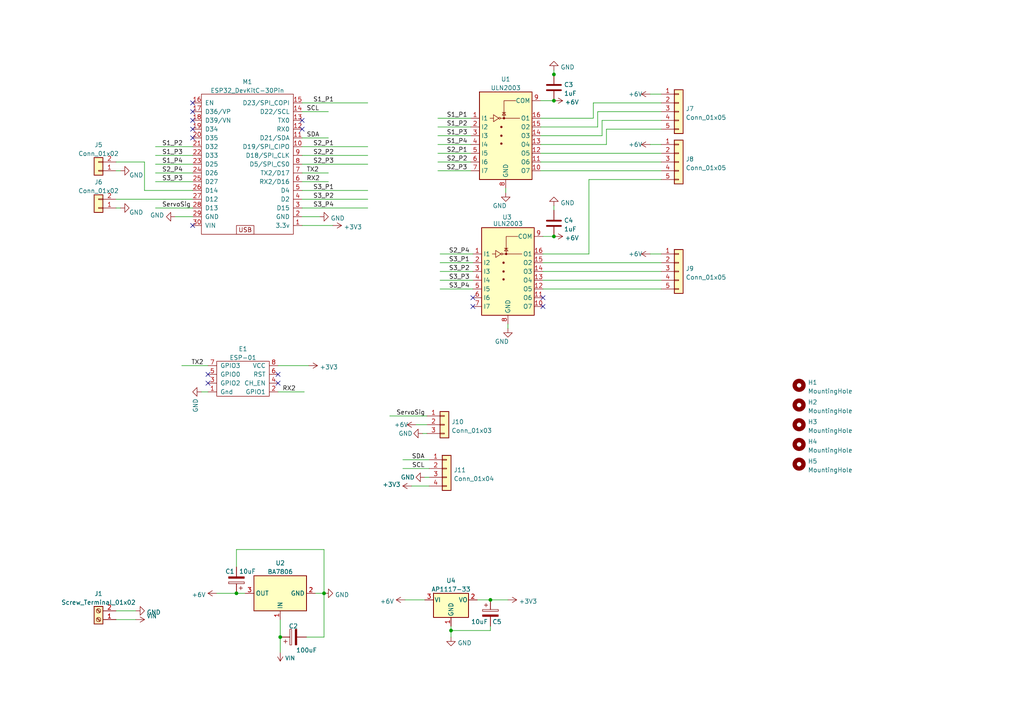
<source format=kicad_sch>
(kicad_sch (version 20211123) (generator eeschema)
  (paper "A4")
  (lib_symbols
    (symbol "Connector:Screw_Terminal_01x02" (pin_names (offset 1.016) hide)
      (property "Reference" "J" (at 0 2.54 0))
      (property "Value" "Screw_Terminal_01x02" (at 0 -5.08 0))
      (symbol "Screw_Terminal_01x02_1_1"
        (rectangle (start -1.27 1.27) (end 1.27 -3.81) (stroke (width 0.254)) (fill (type background)))
        (circle (center 0 -2.54) (radius 0.635) (stroke (width 0.1524)))
        (polyline (pts (xy -0.5334 -2.2098) (xy 0.3302 -3.048)) (stroke (width 0.1524)))
        (polyline (pts (xy -0.5334 0.3302) (xy 0.3302 -0.508)) (stroke (width 0.1524)))
        (polyline (pts (xy -0.3556 -2.032) (xy 0.508 -2.8702)) (stroke (width 0.1524)))
        (polyline (pts (xy -0.3556 0.508) (xy 0.508 -0.3302)) (stroke (width 0.1524)))
        (circle (center 0 0) (radius 0.635) (stroke (width 0.1524)))
        (pin passive line (at -5.08 0 0) (length 3.81) (name "Pin_1") (number "1"))
        (pin passive line (at -5.08 -2.54 0) (length 3.81) (name "Pin_2") (number "2"))
      )
    )
    (symbol "Connector_Generic:Conn_01x02" (pin_names (offset 1.016) hide)
      (property "Reference" "J" (at 0 2.54 0))
      (property "Value" "Conn_01x02" (at 0 -5.08 0))
      (symbol "Conn_01x02_1_1"
        (rectangle (start -1.27 -2.413) (end 0 -2.667) (stroke (width 0.1524)))
        (rectangle (start -1.27 0.127) (end 0 -0.127) (stroke (width 0.1524)))
        (rectangle (start -1.27 1.27) (end 1.27 -3.81) (stroke (width 0.254)) (fill (type background)))
        (pin passive line (at -5.08 0 0) (length 3.81) (name "Pin_1") (number "1"))
        (pin passive line (at -5.08 -2.54 0) (length 3.81) (name "Pin_2") (number "2"))
      )
    )
    (symbol "Connector_Generic:Conn_01x03" (pin_names (offset 1.016) hide)
      (property "Reference" "J" (at 0 5.08 0))
      (property "Value" "Conn_01x03" (at 0 -5.08 0))
      (symbol "Conn_01x03_1_1"
        (rectangle (start -1.27 -2.413) (end 0 -2.667) (stroke (width 0.1524)))
        (rectangle (start -1.27 0.127) (end 0 -0.127) (stroke (width 0.1524)))
        (rectangle (start -1.27 2.667) (end 0 2.413) (stroke (width 0.1524)))
        (rectangle (start -1.27 3.81) (end 1.27 -3.81) (stroke (width 0.254)) (fill (type background)))
        (pin passive line (at -5.08 2.54 0) (length 3.81) (name "Pin_1") (number "1"))
        (pin passive line (at -5.08 0 0) (length 3.81) (name "Pin_2") (number "2"))
        (pin passive line (at -5.08 -2.54 0) (length 3.81) (name "Pin_3") (number "3"))
      )
    )
    (symbol "Connector_Generic:Conn_01x04" (pin_names (offset 1.016) hide)
      (property "Reference" "J" (at 0 5.08 0))
      (property "Value" "Conn_01x04" (at 0 -7.62 0))
      (symbol "Conn_01x04_1_1"
        (rectangle (start -1.27 -4.953) (end 0 -5.207) (stroke (width 0.1524)))
        (rectangle (start -1.27 -2.413) (end 0 -2.667) (stroke (width 0.1524)))
        (rectangle (start -1.27 0.127) (end 0 -0.127) (stroke (width 0.1524)))
        (rectangle (start -1.27 2.667) (end 0 2.413) (stroke (width 0.1524)))
        (rectangle (start -1.27 3.81) (end 1.27 -6.35) (stroke (width 0.254)) (fill (type background)))
        (pin passive line (at -5.08 2.54 0) (length 3.81) (name "Pin_1") (number "1"))
        (pin passive line (at -5.08 0 0) (length 3.81) (name "Pin_2") (number "2"))
        (pin passive line (at -5.08 -2.54 0) (length 3.81) (name "Pin_3") (number "3"))
        (pin passive line (at -5.08 -5.08 0) (length 3.81) (name "Pin_4") (number "4"))
      )
    )
    (symbol "Connector_Generic:Conn_01x05" (pin_names (offset 1.016) hide)
      (property "Reference" "J" (at 0 7.62 0))
      (property "Value" "Conn_01x05" (at 0 -7.62 0))
      (symbol "Conn_01x05_1_1"
        (rectangle (start -1.27 -4.953) (end 0 -5.207) (stroke (width 0.1524)))
        (rectangle (start -1.27 -2.413) (end 0 -2.667) (stroke (width 0.1524)))
        (rectangle (start -1.27 0.127) (end 0 -0.127) (stroke (width 0.1524)))
        (rectangle (start -1.27 2.667) (end 0 2.413) (stroke (width 0.1524)))
        (rectangle (start -1.27 5.207) (end 0 4.953) (stroke (width 0.1524)))
        (rectangle (start -1.27 6.35) (end 1.27 -6.35) (stroke (width 0.254)) (fill (type background)))
        (pin passive line (at -5.08 5.08 0) (length 3.81) (name "Pin_1") (number "1"))
        (pin passive line (at -5.08 2.54 0) (length 3.81) (name "Pin_2") (number "2"))
        (pin passive line (at -5.08 0 0) (length 3.81) (name "Pin_3") (number "3"))
        (pin passive line (at -5.08 -2.54 0) (length 3.81) (name "Pin_4") (number "4"))
        (pin passive line (at -5.08 -5.08 0) (length 3.81) (name "Pin_5") (number "5"))
      )
    )
    (symbol "Device:C" (pin_numbers hide) (pin_names (offset 0.254))
      (property "Reference" "C" (at 0.635 2.54 0))
      (property "Value" "C" (at 0.635 -2.54 0))
      (symbol "C_0_1"
        (polyline (pts (xy -2.032 -0.762) (xy 2.032 -0.762)) (stroke (width 0.508)))
        (polyline (pts (xy -2.032 0.762) (xy 2.032 0.762)) (stroke (width 0.508)))
      )
      (symbol "C_1_1"
        (pin passive line (at 0 3.81 270) (length 2.794) (name "~") (number "1"))
        (pin passive line (at 0 -3.81 90) (length 2.794) (name "~") (number "2"))
      )
    )
    (symbol "Device:C_Polarized" (pin_numbers hide) (pin_names (offset 0.254))
      (property "Reference" "C" (at 0.635 2.54 0))
      (property "Value" "C_Polarized" (at 0.635 -2.54 0))
      (symbol "C_Polarized_0_1"
        (rectangle (start -2.286 0.508) (end 2.286 1.016))
        (polyline (pts (xy -1.778 2.286) (xy -0.762 2.286)))
        (polyline (pts (xy -1.27 2.794) (xy -1.27 1.778)))
        (rectangle (start 2.286 -0.508) (end -2.286 -1.016) (fill (type outline)))
      )
      (symbol "C_Polarized_1_1"
        (pin passive line (at 0 3.81 270) (length 2.794) (name "~") (number "1"))
        (pin passive line (at 0 -3.81 90) (length 2.794) (name "~") (number "2"))
      )
    )
    (symbol "Kitecraft_Boards:ESP-01" (pin_names (offset 1.016))
      (property "Reference" "E" (at 0 8.89 0))
      (property "Value" "ESP-01" (at 1.27 -3.81 0))
      (symbol "ESP-01_0_1"
        (polyline (pts (xy -7.62 7.62) (xy -7.62 -2.54) (xy 7.62 -2.54) (xy 7.62 7.62) (xy -7.62 7.62)))
      )
      (symbol "ESP-01_1_1"
        (pin input line (at -10.16 -1.27 0) (length 2.54) (name "Gnd") (number "1"))
        (pin input line (at 10.16 -1.27 180) (length 2.54) (name "GPIO1") (number "2"))
        (pin input line (at -10.16 1.27 0) (length 2.54) (name "GPIO2") (number "3"))
        (pin input line (at 10.16 1.27 180) (length 2.54) (name "CH_EN") (number "4"))
        (pin input line (at -10.16 3.81 0) (length 2.54) (name "GPIO0") (number "5"))
        (pin input line (at 10.16 3.81 180) (length 2.54) (name "RST") (number "6"))
        (pin input line (at -10.16 6.35 0) (length 2.54) (name "GPIO3") (number "7"))
        (pin input line (at 10.16 6.35 180) (length 2.54) (name "VCC") (number "8"))
      )
    )
    (symbol "Kitecraft_Boards:ESP32_DevKitC-30Pin" (pin_names (offset 1.016))
      (property "Reference" "M" (at -7.62 21.59 0))
      (property "Value" "ESP32_DevKitC-30Pin" (at 0 -21.59 0))
      (symbol "ESP32_DevKitC-30Pin_0_0"
        (rectangle (start -2.54 -20.32) (end 2.54 -17.78))
        (text "USB" (at 0 -19.05 0) (effects (font (size 1.27 1.27))))
      )
      (symbol "ESP32_DevKitC-30Pin_0_1"
        (rectangle (start -12.7 20.32) (end 13.97 -20.32))
      )
      (symbol "ESP32_DevKitC-30Pin_1_1"
        (pin power_in line (at 16.51 -17.78 180) (length 2.54) (name "3.3v") (number "1"))
        (pin bidirectional line (at 16.51 5.08 180) (length 2.54) (name "D19/SPI_CIPO") (number "10"))
        (pin bidirectional line (at 16.51 7.62 180) (length 2.54) (name "D21/SDA") (number "11"))
        (pin bidirectional line (at 16.51 10.16 180) (length 2.54) (name "RX0") (number "12"))
        (pin bidirectional line (at 16.51 12.7 180) (length 2.54) (name "TX0") (number "13"))
        (pin bidirectional line (at 16.51 15.24 180) (length 2.54) (name "D22/SCL") (number "14"))
        (pin bidirectional line (at 16.51 17.78 180) (length 2.54) (name "D23/SPI_COPI") (number "15"))
        (pin input line (at -15.24 17.78 0) (length 2.54) (name "EN") (number "16"))
        (pin bidirectional line (at -15.24 15.24 0) (length 2.54) (name "D36/VP") (number "17"))
        (pin bidirectional line (at -15.24 12.7 0) (length 2.54) (name "D39/VN") (number "18"))
        (pin bidirectional line (at -15.24 10.16 0) (length 2.54) (name "D34") (number "19"))
        (pin power_in line (at 16.51 -15.24 180) (length 2.54) (name "GND") (number "2"))
        (pin bidirectional line (at -15.24 7.62 0) (length 2.54) (name "D35") (number "20"))
        (pin bidirectional line (at -15.24 5.08 0) (length 2.54) (name "D32") (number "21"))
        (pin bidirectional line (at -15.24 2.54 0) (length 2.54) (name "D33") (number "22"))
        (pin bidirectional line (at -15.24 0 0) (length 2.54) (name "D25") (number "23"))
        (pin bidirectional line (at -15.24 -2.54 0) (length 2.54) (name "D26") (number "24"))
        (pin bidirectional line (at -15.24 -5.08 0) (length 2.54) (name "D27") (number "25"))
        (pin bidirectional line (at -15.24 -7.62 0) (length 2.54) (name "D14") (number "26"))
        (pin bidirectional line (at -15.24 -10.16 0) (length 2.54) (name "D12") (number "27"))
        (pin bidirectional line (at -15.24 -12.7 0) (length 2.54) (name "D13") (number "28"))
        (pin power_in line (at -15.24 -15.24 0) (length 2.54) (name "GND") (number "29"))
        (pin bidirectional line (at 16.51 -12.7 180) (length 2.54) (name "D15") (number "3"))
        (pin power_in line (at -15.24 -17.78 0) (length 2.54) (name "VIN") (number "30"))
        (pin bidirectional line (at 16.51 -10.16 180) (length 2.54) (name "D2") (number "4"))
        (pin bidirectional line (at 16.51 -7.62 180) (length 2.54) (name "D4") (number "5"))
        (pin bidirectional line (at 16.51 -5.08 180) (length 2.54) (name "RX2/D16") (number "6"))
        (pin bidirectional line (at 16.51 -2.54 180) (length 2.54) (name "TX2/D17") (number "7"))
        (pin bidirectional line (at 16.51 0 180) (length 2.54) (name "D5/SPI_CS0") (number "8"))
        (pin bidirectional line (at 16.51 2.54 180) (length 2.54) (name "D18/SPI_CLK") (number "9"))
      )
    )
    (symbol "Kitecraft_Voltage_Regulators:BA7806"
      (property "Reference" "U" (at 0 10.16 0))
      (property "Value" "BA7806" (at 0 7.62 0))
      (symbol "BA7806_1_1"
        (rectangle (start -7.62 -5.08) (end 7.62 5.08) (stroke (width 0.254)) (fill (type background)))
        (pin input line (at 0 -7.62 90) (length 2.54) (name "IN") (number "1"))
        (pin input line (at 10.16 0 180) (length 2.54) (name "GND") (number "2"))
        (pin power_out line (at -10.16 0 0) (length 2.54) (name "OUT") (number "3"))
      )
    )
    (symbol "Mechanical:MountingHole" (pin_names (offset 1.016))
      (property "Reference" "H" (at 0 5.08 0))
      (property "Value" "MountingHole" (at 0 3.175 0))
      (symbol "MountingHole_0_1"
        (circle (center 0 0) (radius 1.27) (stroke (width 1.27)))
      )
    )
    (symbol "Regulator_Linear:AP1117-33" (pin_names (offset 0.254))
      (property "Reference" "U" (at -3.81 3.175 0))
      (property "Value" "AP1117-33" (at 0 3.175 0))
      (symbol "AP1117-33_0_1"
        (rectangle (start -5.08 -5.08) (end 5.08 1.905) (stroke (width 0.254)) (fill (type background)))
      )
      (symbol "AP1117-33_1_1"
        (pin power_in line (at 0 -7.62 90) (length 2.54) (name "GND") (number "1"))
        (pin power_out line (at 7.62 0 180) (length 2.54) (name "VO") (number "2"))
        (pin power_in line (at -7.62 0 0) (length 2.54) (name "VI") (number "3"))
      )
    )
    (symbol "SparkFun-PowerSymbols:VIN" (power) (pin_numbers hide) (pin_names (offset 1.016) hide)
      (property "Value" "VIN" (at -1.27 3.81 0))
      (property "Footprint" "XXX-00000" (at 0 7.62 0))
      (symbol "VIN_1_0"
        (polyline (pts (xy 0 0) (xy 0 2.54)))
        (polyline (pts (xy 0 2.54) (xy -0.762 1.27)))
        (polyline (pts (xy 0.762 1.27) (xy 0 2.54)))
      )
      (symbol "VIN_1_1"
        (pin power_in line (at 0 0 90) (length 0) hide (name "VIN") (number "~"))
      )
    )
    (symbol "Transistor_Array:ULN2003"
      (property "Reference" "U" (at 0 15.875 0))
      (property "Value" "ULN2003" (at 0 13.97 0))
      (symbol "ULN2003_0_1"
        (rectangle (start -7.62 -12.7) (end 7.62 12.7) (stroke (width 0.254)) (fill (type background)))
        (circle (center -1.778 5.08) (radius 0.254))
        (circle (center -1.27 -2.286) (radius 0.254) (fill (type outline)))
        (circle (center -1.27 0) (radius 0.254) (fill (type outline)))
        (circle (center -1.27 2.54) (radius 0.254) (fill (type outline)))
        (circle (center -0.508 5.08) (radius 0.254) (fill (type outline)))
        (polyline (pts (xy -4.572 5.08) (xy -3.556 5.08)))
        (polyline (pts (xy -1.524 5.08) (xy 4.064 5.08)))
        (polyline (pts (xy 0 6.731) (xy -1.016 6.731)))
        (polyline (pts (xy -0.508 5.08) (xy -0.508 10.16) (xy 2.921 10.16)))
        (polyline (pts (xy -3.556 6.096) (xy -3.556 4.064) (xy -2.032 5.08) (xy -3.556 6.096)))
        (polyline (pts (xy 0 5.969) (xy -1.016 5.969) (xy -0.508 6.731) (xy 0 5.969)))
      )
      (symbol "ULN2003_1_1"
        (pin input line (at -10.16 5.08 0) (length 2.54) (name "I1") (number "1"))
        (pin open_collector line (at 10.16 -10.16 180) (length 2.54) (name "O7") (number "10"))
        (pin open_collector line (at 10.16 -7.62 180) (length 2.54) (name "O6") (number "11"))
        (pin open_collector line (at 10.16 -5.08 180) (length 2.54) (name "O5") (number "12"))
        (pin open_collector line (at 10.16 -2.54 180) (length 2.54) (name "O4") (number "13"))
        (pin open_collector line (at 10.16 0 180) (length 2.54) (name "O3") (number "14"))
        (pin open_collector line (at 10.16 2.54 180) (length 2.54) (name "O2") (number "15"))
        (pin open_collector line (at 10.16 5.08 180) (length 2.54) (name "O1") (number "16"))
        (pin input line (at -10.16 2.54 0) (length 2.54) (name "I2") (number "2"))
        (pin input line (at -10.16 0 0) (length 2.54) (name "I3") (number "3"))
        (pin input line (at -10.16 -2.54 0) (length 2.54) (name "I4") (number "4"))
        (pin input line (at -10.16 -5.08 0) (length 2.54) (name "I5") (number "5"))
        (pin input line (at -10.16 -7.62 0) (length 2.54) (name "I6") (number "6"))
        (pin input line (at -10.16 -10.16 0) (length 2.54) (name "I7") (number "7"))
        (pin power_in line (at 0 -15.24 90) (length 2.54) (name "GND") (number "8"))
        (pin passive line (at 10.16 10.16 180) (length 2.54) (name "COM") (number "9"))
      )
    )
    (symbol "power:+3.3V" (power) (pin_names (offset 0))
      (property "Value" "+3.3V" (at 0 3.556 0))
      (symbol "+3.3V_0_1"
        (polyline (pts (xy -0.762 1.27) (xy 0 2.54)))
        (polyline (pts (xy 0 0) (xy 0 2.54)))
        (polyline (pts (xy 0 2.54) (xy 0.762 1.27)))
      )
      (symbol "+3.3V_1_1"
        (pin power_in line (at 0 0 90) (length 0) hide (name "+3V3") (number "1"))
      )
    )
    (symbol "power:+6V" (power) (pin_names (offset 0))
      (property "Value" "+6V" (at 0 3.556 0))
      (symbol "+6V_0_1"
        (polyline (pts (xy -0.762 1.27) (xy 0 2.54)))
        (polyline (pts (xy 0 0) (xy 0 2.54)))
        (polyline (pts (xy 0 2.54) (xy 0.762 1.27)))
      )
      (symbol "+6V_1_1"
        (pin power_in line (at 0 0 90) (length 0) hide (name "+6V") (number "1"))
      )
    )
    (symbol "power:GND" (power) (pin_names (offset 0))
      (property "Value" "GND" (at 0 -3.81 0))
      (symbol "GND_0_1"
        (polyline (pts (xy 0 0) (xy 0 -1.27) (xy 1.27 -1.27) (xy 0 -2.54) (xy -1.27 -1.27) (xy 0 -1.27)))
      )
      (symbol "GND_1_1"
        (pin power_in line (at 0 0 270) (length 0) hide (name "GND") (number "1"))
      )
    )
  )
  (junction (at 93.98 172.085))
  (junction (at 160.655 29.21))
  (junction (at 160.655 68.58))
  (junction (at 81.28 184.785))
  (junction (at 142.24 173.99))
  (junction (at 160.655 21.59))
  (junction (at 130.81 182.88))
  (junction (at 68.58 172.085))
  (no_connect (at 55.88 65.405))
  (no_connect (at 87.63 37.465))
  (no_connect (at 55.88 29.845))
  (no_connect (at 87.63 34.925))
  (no_connect (at 60.325 108.585))
  (no_connect (at 60.325 111.125))
  (no_connect (at 80.645 108.585))
  (no_connect (at 80.645 111.125))
  (no_connect (at 55.88 37.465))
  (no_connect (at 55.88 40.005))
  (no_connect (at 137.16 88.9))
  (no_connect (at 137.16 86.36))
  (no_connect (at 157.48 86.36))
  (no_connect (at 157.48 88.9))
  (no_connect (at 55.88 32.385))
  (no_connect (at 55.88 34.925))
  (wire (pts (xy 45.085 42.545) (xy 55.88 42.545)))
  (wire (pts (xy 127 39.37) (xy 136.525 39.37)))
  (wire (pts (xy 127 46.99) (xy 136.525 46.99)))
  (wire (pts (xy 127 36.83) (xy 136.525 36.83)))
  (wire (pts (xy 91.44 172.085) (xy 93.98 172.085)))
  (wire (pts (xy 87.63 29.845) (xy 106.68 29.845)))
  (wire (pts (xy 124.46 138.43) (xy 123.19 138.43)))
  (wire (pts (xy 62.865 172.085) (xy 68.58 172.085)))
  (wire (pts (xy 41.91 55.245) (xy 55.88 55.245)))
  (wire (pts (xy 33.655 57.785) (xy 55.88 57.785)))
  (wire (pts (xy 157.48 78.74) (xy 191.77 78.74)))
  (wire (pts (xy 157.48 83.82) (xy 191.77 83.82)))
  (wire (pts (xy 188.595 73.66) (xy 191.77 73.66)))
  (wire (pts (xy 172.085 34.29) (xy 172.085 29.845)))
  (wire (pts (xy 146.685 54.61) (xy 146.685 55.88)))
  (wire (pts (xy 147.32 93.98) (xy 147.32 95.25)))
  (wire (pts (xy 130.81 182.88) (xy 130.81 184.785)))
  (wire (pts (xy 173.355 32.385) (xy 173.355 36.83)))
  (wire (pts (xy 188.595 41.91) (xy 191.77 41.91)))
  (wire (pts (xy 174.625 39.37) (xy 156.845 39.37)))
  (wire (pts (xy 45.085 52.705) (xy 55.88 52.705)))
  (wire (pts (xy 81.28 179.705) (xy 81.28 184.785)))
  (wire (pts (xy 68.58 172.085) (xy 71.12 172.085)))
  (wire (pts (xy 68.58 159.385) (xy 93.98 159.385)))
  (wire (pts (xy 124.46 133.35) (xy 116.84 133.35)))
  (wire (pts (xy 87.63 45.085) (xy 106.68 45.085)))
  (wire (pts (xy 127 41.91) (xy 136.525 41.91)))
  (wire (pts (xy 45.085 60.325) (xy 55.88 60.325)))
  (wire (pts (xy 138.43 173.99) (xy 142.24 173.99)))
  (wire (pts (xy 120.65 123.19) (xy 123.825 123.19)))
  (wire (pts (xy 33.655 177.165) (xy 39.37 177.165)))
  (wire (pts (xy 87.63 32.385) (xy 95.25 32.385)))
  (wire (pts (xy 124.46 140.97) (xy 119.38 140.97)))
  (wire (pts (xy 160.655 20.32) (xy 160.655 21.59)))
  (wire (pts (xy 93.98 159.385) (xy 93.98 172.085)))
  (wire (pts (xy 34.925 60.325) (xy 33.655 60.325)))
  (wire (pts (xy 164.465 29.464) (xy 164.592 29.464)))
  (wire (pts (xy 60.325 113.665) (xy 58.42 113.665)))
  (wire (pts (xy 175.895 41.91) (xy 175.895 37.465)))
  (wire (pts (xy 127.635 81.28) (xy 137.16 81.28)))
  (wire (pts (xy 33.655 179.705) (xy 39.37 179.705)))
  (wire (pts (xy 191.77 32.385) (xy 173.355 32.385)))
  (wire (pts (xy 87.63 57.785) (xy 106.68 57.785)))
  (wire (pts (xy 156.845 41.91) (xy 175.895 41.91)))
  (wire (pts (xy 173.355 36.83) (xy 156.845 36.83)))
  (wire (pts (xy 160.655 59.69) (xy 160.655 60.96)))
  (wire (pts (xy 87.63 65.405) (xy 96.52 65.405)))
  (wire (pts (xy 87.63 42.545) (xy 106.68 42.545)))
  (wire (pts (xy 80.645 106.045) (xy 89.535 106.045)))
  (wire (pts (xy 157.48 76.2) (xy 191.77 76.2)))
  (wire (pts (xy 45.085 50.165) (xy 55.88 50.165)))
  (wire (pts (xy 172.085 29.845) (xy 191.77 29.845)))
  (wire (pts (xy 127.635 78.74) (xy 137.16 78.74)))
  (wire (pts (xy 127.635 83.82) (xy 137.16 83.82)))
  (wire (pts (xy 142.24 173.99) (xy 147.32 173.99)))
  (wire (pts (xy 87.63 60.325) (xy 106.68 60.325)))
  (wire (pts (xy 124.46 135.89) (xy 116.84 135.89)))
  (wire (pts (xy 127.635 73.66) (xy 137.16 73.66)))
  (wire (pts (xy 142.24 181.61) (xy 142.24 182.88)))
  (wire (pts (xy 41.91 46.99) (xy 33.655 46.99)))
  (wire (pts (xy 170.815 52.07) (xy 170.815 73.66)))
  (wire (pts (xy 88.9 184.785) (xy 93.98 184.785)))
  (wire (pts (xy 157.48 68.58) (xy 160.655 68.58)))
  (wire (pts (xy 117.475 173.99) (xy 123.19 173.99)))
  (wire (pts (xy 123.825 125.73) (xy 122.555 125.73)))
  (wire (pts (xy 188.595 27.305) (xy 191.77 27.305)))
  (wire (pts (xy 127.635 76.2) (xy 137.16 76.2)))
  (wire (pts (xy 156.845 44.45) (xy 191.77 44.45)))
  (wire (pts (xy 68.58 164.465) (xy 68.58 159.385)))
  (wire (pts (xy 45.085 45.085) (xy 55.88 45.085)))
  (wire (pts (xy 127 34.29) (xy 136.525 34.29)))
  (wire (pts (xy 55.88 62.865) (xy 50.8 62.865)))
  (wire (pts (xy 191.77 34.925) (xy 174.625 34.925)))
  (wire (pts (xy 174.625 34.925) (xy 174.625 39.37)))
  (wire (pts (xy 45.085 47.625) (xy 55.88 47.625)))
  (wire (pts (xy 142.24 182.88) (xy 130.81 182.88)))
  (wire (pts (xy 156.845 49.53) (xy 191.77 49.53)))
  (wire (pts (xy 87.63 50.165) (xy 95.25 50.165)))
  (wire (pts (xy 191.77 52.07) (xy 170.815 52.07)))
  (wire (pts (xy 156.845 46.99) (xy 191.77 46.99)))
  (wire (pts (xy 113.03 120.65) (xy 123.825 120.65)))
  (wire (pts (xy 87.63 40.005) (xy 95.25 40.005)))
  (wire (pts (xy 130.81 181.61) (xy 130.81 182.88)))
  (wire (pts (xy 127 44.45) (xy 136.525 44.45)))
  (wire (pts (xy 60.325 106.045) (xy 52.705 106.045)))
  (wire (pts (xy 87.63 55.245) (xy 106.68 55.245)))
  (wire (pts (xy 87.63 47.625) (xy 106.68 47.625)))
  (wire (pts (xy 157.48 81.28) (xy 191.77 81.28)))
  (wire (pts (xy 170.815 73.66) (xy 157.48 73.66)))
  (wire (pts (xy 41.91 55.245) (xy 41.91 46.99)))
  (wire (pts (xy 175.895 37.465) (xy 191.77 37.465)))
  (wire (pts (xy 160.655 21.59) (xy 160.655 21.844)))
  (wire (pts (xy 87.63 62.865) (xy 92.71 62.865)))
  (wire (pts (xy 87.63 52.705) (xy 95.25 52.705)))
  (wire (pts (xy 156.845 29.21) (xy 160.655 29.21)))
  (wire (pts (xy 127 49.53) (xy 136.525 49.53)))
  (wire (pts (xy 156.845 34.29) (xy 172.085 34.29)))
  (wire (pts (xy 81.28 184.785) (xy 81.28 189.23)))
  (wire (pts (xy 80.645 113.665) (xy 88.265 113.665)))
  (wire (pts (xy 34.925 49.53) (xy 33.655 49.53)))
  (wire (pts (xy 93.98 184.785) (xy 93.98 172.085)))
  (label "S2_P4" (at 46.99 50.165 0))
  (label "S3_P4" (at 90.805 60.325 0))
  (label "RX2" (at 88.9 52.705 0))
  (label "ServoSig" (at 114.935 120.65 0))
  (label "S2_P3" (at 129.4807 49.53 0))
  (label "S3_P1" (at 130.175 76.2 0))
  (label "S3_P3" (at 130.175 81.28 0))
  (label "S2_P2" (at 90.805 45.085 0))
  (label "SCL" (at 88.9 32.385 0))
  (label "S2_P3" (at 90.805 47.625 0))
  (label "S3_P2" (at 90.805 57.785 0))
  (label "S2_P1" (at 129.54 44.45 0))
  (label "S3_P1" (at 90.805 55.245 0))
  (label "S3_P2" (at 130.175 78.74 0))
  (label "S3_P3" (at 46.99 52.705 0))
  (label "S1_P3" (at 129.54 39.37 0))
  (label "S1_P1" (at 129.54 34.29 0))
  (label "S1_P2" (at 129.54 36.83 0))
  (label "TX2" (at 59.055 106.045 180))
  (label "SCL" (at 123.19 135.89 180))
  (label "S1_P4" (at 129.54 41.91 0))
  (label "S1_P1" (at 90.805 29.845 0))
  (label "RX2" (at 81.915 113.665 0))
  (label "SDA" (at 123.19 133.35 180))
  (label "TX2" (at 88.9 50.165 0))
  (label "S3_P4" (at 130.175 83.82 0))
  (label "ServoSig" (at 46.99 60.325 0))
  (label "S1_P2" (at 46.99 42.545 0))
  (label "S1_P3" (at 46.99 45.085 0))
  (label "S1_P4" (at 46.99 47.625 0))
  (label "S2_P4" (at 130.175 73.66 0))
  (label "S2_P2" (at 129.54 46.99 0))
  (label "S2_P1" (at 90.805 42.545 0))
  (label "SDA" (at 88.9 40.005 0))
  (symbol (lib_id "power:GND") (at 146.685 55.88 0) (unit 1)
    (property "Reference" "#PWR0114" (effects hide))
    (property "Value" "GND" (at 142.875 59.69 0) (effects (justify left)))
  )
  (symbol (lib_id "Connector_Generic:Conn_01x05") (at 196.85 32.385 0) (unit 1)
    (property "Reference" "J7" (at 198.882 31.5503 0) (effects (justify left)))
    (property "Value" "Conn_01x05" (at 198.882 34.0872 0) (effects (justify left)))
    (property "Footprint" "Connector_PinHeader_2.54mm:PinHeader_1x05_P2.54mm_Vertical" (effects hide))
  )
  (symbol (lib_id "Mechanical:MountingHole") (at 231.775 128.905 0) (unit 1)
    (property "Reference" "H4" (at 234.315 128.0703 0) (effects (justify left)))
    (property "Value" "MountingHole" (at 234.315 130.6072 0) (effects (justify left)))
    (property "Footprint" "MountingHole:MountingHole_2.7mm" (effects hide))
  )
  (symbol (lib_id "Transistor_Array:ULN2003") (at 147.32 78.74 0) (unit 1)
    (property "Reference" "U3" (at 147.066 62.992 0))
    (property "Value" "ULN2003" (at 147.32 64.8771 0))
    (property "Footprint" "Kitecraft_Package_DIP:ULN2003 on Socket" (effects hide))
    (property "Datasheet" "http://www.ti.com/lit/ds/symlink/uln2003a.pdf" (effects hide))
  )
  (symbol (lib_id "Connector_Generic:Conn_01x05") (at 196.85 46.99 0) (unit 1)
    (property "Reference" "J8" (at 198.882 46.1553 0) (effects (justify left)))
    (property "Value" "Conn_01x05" (at 198.882 48.6922 0) (effects (justify left)))
    (property "Footprint" "Connector_PinHeader_2.54mm:PinHeader_1x05_P2.54mm_Vertical" (effects hide))
  )
  (symbol (lib_id "Mechanical:MountingHole") (at 231.775 111.76 0) (unit 1)
    (property "Reference" "H1" (at 234.315 110.9253 0) (effects (justify left)))
    (property "Value" "MountingHole" (at 234.315 113.4622 0) (effects (justify left)))
    (property "Footprint" "MountingHole:MountingHole_2.7mm" (effects hide))
  )
  (symbol (lib_id "power:+6V") (at 188.595 41.91 90) (unit 1)
    (property "Reference" "#PWR0127" (effects hide))
    (property "Value" "+6V" (at 182.245 41.91 90) (effects (justify right)))
  )
  (symbol (lib_id "power:+6V") (at 188.595 27.305 90) (unit 1)
    (property "Reference" "#PWR0125" (effects hide))
    (property "Value" "+6V" (at 182.245 27.305 90) (effects (justify right)))
  )
  (symbol (lib_id "Kitecraft_Boards:ESP32_DevKitC-30Pin") (at 71.12 47.625 0) (unit 1)
    (property "Reference" "M1" (at 71.755 23.7322 0))
    (property "Value" "ESP32_DevKitC-30Pin" (at 71.755 26.2691 0))
    (property "Footprint" "Kitecraft_Boards:ESP32S_30Pin" (effects hide))
  )
  (symbol (lib_id "Kitecraft_Boards:ESP-01") (at 70.485 112.395 0) (unit 1)
    (property "Reference" "E1" (at 70.485 101.2022 0))
    (property "Value" "ESP-01" (at 70.485 103.7391 0))
    (property "Footprint" "Kitecraft_Boards:ESP-01_With_Header" (effects hide))
  )
  (symbol (lib_id "Mechanical:MountingHole") (at 231.775 123.19 0) (unit 1)
    (property "Reference" "H3" (at 234.315 122.3553 0) (effects (justify left)))
    (property "Value" "MountingHole" (at 234.315 124.8922 0) (effects (justify left)))
    (property "Footprint" "MountingHole:MountingHole_2.7mm" (effects hide))
  )
  (symbol (lib_id "SparkFun-PowerSymbols:VIN") (at 39.37 179.705 270) (unit 1)
    (property "Reference" "#SUPPLY0101" (effects hide))
    (property "Value" "VIN" (at 42.545 178.7288 90) (effects (font (size 1.143 1.143)) (justify left)))
  )
  (symbol (lib_id "Mechanical:MountingHole") (at 231.775 117.475 0) (unit 1)
    (property "Reference" "H2" (at 234.315 116.6403 0) (effects (justify left)))
    (property "Value" "MountingHole" (at 234.315 119.1772 0) (effects (justify left)))
    (property "Footprint" "MountingHole:MountingHole_2.7mm" (effects hide))
  )
  (symbol (lib_id "power:+6V") (at 188.595 73.66 90) (unit 1)
    (property "Reference" "#PWR0126" (effects hide))
    (property "Value" "+6V" (at 182.245 73.66 90) (effects (justify right)))
  )
  (symbol (lib_id "power:GND") (at 123.19 138.43 270) (unit 1)
    (property "Reference" "#PWR0105" (effects hide))
    (property "Value" "GND" (at 116.205 138.43 90) (effects (justify left)))
  )
  (symbol (lib_id "power:GND") (at 147.32 95.25 0) (unit 1)
    (property "Reference" "#PWR0112" (effects hide))
    (property "Value" "GND" (at 143.51 99.06 0) (effects (justify left)))
  )
  (symbol (lib_id "Connector_Generic:Conn_01x04") (at 129.54 135.89 0) (unit 1)
    (property "Reference" "J11" (at 131.572 136.3253 0) (effects (justify left)))
    (property "Value" "Conn_01x04" (at 131.572 138.8622 0) (effects (justify left)))
    (property "Footprint" "Connector_PinHeader_2.54mm:PinHeader_1x04_P2.54mm_Vertical" (effects hide))
  )
  (symbol (lib_id "Connector_Generic:Conn_01x05") (at 196.85 78.74 0) (unit 1)
    (property "Reference" "J9" (at 198.882 77.9053 0) (effects (justify left)))
    (property "Value" "Conn_01x05" (at 198.882 80.4422 0) (effects (justify left)))
    (property "Footprint" "Connector_PinHeader_2.54mm:PinHeader_1x05_P2.54mm_Vertical" (effects hide))
  )
  (symbol (lib_id "power:GND") (at 130.81 184.785 0) (unit 1)
    (property "Reference" "#PWR0116" (effects hide))
    (property "Value" "GND" (at 132.715 186.4888 0) (effects (justify left)))
  )
  (symbol (lib_id "Connector:Screw_Terminal_01x02") (at 28.575 179.705 180) (unit 1)
    (property "Reference" "J1" (at 28.575 172.1952 0))
    (property "Value" "Screw_Terminal_01x02" (at 28.575 174.7321 0))
    (property "Footprint" "Kitecraft_Terminal_Blocks:TerminalBlock_Phoenix_MKDS-1,5-2-5.08_1x02_P5.08mm_Horizontal" (effects hide))
  )
  (symbol (lib_id "Connector_Generic:Conn_01x02") (at 28.575 60.325 180) (unit 1)
    (property "Reference" "J6" (at 28.575 52.8152 0))
    (property "Value" "Conn_01x02" (at 28.575 55.3521 0))
    (property "Footprint" "Connector_PinHeader_2.54mm:PinHeader_1x02_P2.54mm_Vertical" (effects hide))
  )
  (symbol (lib_id "power:GND") (at 34.925 49.53 90) (unit 1)
    (property "Reference" "#PWR0129" (effects hide))
    (property "Value" "GND" (at 37.465 50.8 90) (effects (justify right)))
  )
  (symbol (lib_id "power:+3.3V") (at 147.32 173.99 270) (unit 1)
    (property "Reference" "#PWR0118" (effects hide))
    (property "Value" "+3.3V" (at 150.495 174.4238 90) (effects (justify left)))
  )
  (symbol (lib_id "power:+6V") (at 120.65 123.19 90) (unit 1)
    (property "Reference" "#PWR0132" (effects hide))
    (property "Value" "+6V" (at 114.3 123.19 90) (effects (justify right)))
  )
  (symbol (lib_id "power:GND") (at 160.655 20.32 180) (unit 1)
    (property "Reference" "#PWR0113" (effects hide))
    (property "Value" "GND" (at 162.56 19.4838 0) (effects (justify right)))
  )
  (symbol (lib_id "Mechanical:MountingHole") (at 231.775 134.62 0) (unit 1)
    (property "Reference" "H5" (at 234.315 133.7853 0) (effects (justify left)))
    (property "Value" "MountingHole" (at 234.315 136.3222 0) (effects (justify left)))
    (property "Footprint" "MountingHole:MountingHole_2.7mm" (effects hide))
  )
  (symbol (lib_id "power:GND") (at 93.98 172.085 90) (unit 1)
    (property "Reference" "#PWR0102" (effects hide))
    (property "Value" "GND" (at 97.155 172.5188 90) (effects (justify right)))
  )
  (symbol (lib_id "power:GND") (at 160.655 59.69 180) (unit 1)
    (property "Reference" "#PWR0115" (effects hide))
    (property "Value" "GND" (at 162.56 58.8538 0) (effects (justify right)))
  )
  (symbol (lib_id "Regulator_Linear:AP1117-33") (at 130.81 173.99 0) (unit 1)
    (property "Reference" "U4" (at 130.81 168.3852 0))
    (property "Value" "AP1117-33" (at 130.81 170.9221 0))
    (property "Footprint" "Package_TO_SOT_SMD:SOT-223-3_TabPin2" (effects hide))
    (property "Datasheet" "http://www.diodes.com/datasheets/AP1117.pdf" (effects hide))
  )
  (symbol (lib_id "power:GND") (at 122.555 125.73 270) (unit 1)
    (property "Reference" "#PWR0131" (effects hide))
    (property "Value" "GND" (at 115.57 125.73 90) (effects (justify left)))
  )
  (symbol (lib_id "power:+3.3V") (at 96.52 65.405 270) (unit 1)
    (property "Reference" "#PWR0121" (effects hide))
    (property "Value" "+3.3V" (at 99.695 65.8388 90) (effects (justify left)))
  )
  (symbol (lib_id "power:+6V") (at 117.475 173.99 90) (unit 1)
    (property "Reference" "#PWR0117" (effects hide))
    (property "Value" "+6V" (at 114.3001 174.4238 90) (effects (justify left)))
  )
  (symbol (lib_id "power:GND") (at 58.42 113.665 270) (unit 1)
    (property "Reference" "#PWR0120" (effects hide))
    (property "Value" "GND" (at 56.7162 115.57 0) (effects (justify left)))
  )
  (symbol (lib_id "power:+6V") (at 160.655 68.58 270) (unit 1)
    (property "Reference" "#PWR0111" (effects hide))
    (property "Value" "+6V" (at 163.83 69.0138 90) (effects (justify left)))
  )
  (symbol (lib_id "Kitecraft_Voltage_Regulators:BA7806") (at 81.28 172.085 0) (unit 1)
    (property "Reference" "U2" (at 81.28 163.3052 0))
    (property "Value" "BA7806" (at 81.28 165.8421 0))
    (property "Footprint" "Package_TO_SOT_SMD:TO-252-2" (effects hide))
    (property "Datasheet" "https://fscdn.rohm.com/en/products/databook/datasheet/ic/power/linear_regulator/ba78_series-e.pdf" (effects hide))
  )
  (symbol (lib_id "Device:C") (at 160.655 64.77 0) (unit 1)
    (property "Reference" "C4" (at 163.576 63.9353 0) (effects (justify left)))
    (property "Value" "1uF" (at 163.576 66.4722 0) (effects (justify left)))
    (property "Footprint" "Capacitor_SMD:C_0805_2012Metric" (effects hide))
  )
  (symbol (lib_id "Device:C_Polarized") (at 68.58 168.275 180) (unit 1)
    (property "Reference" "C1" (at 66.675 165.735 0))
    (property "Value" "10uF" (at 71.755 165.735 0))
    (property "Footprint" "Capacitor_Tantalum_SMD:CP_EIA-3216-12_Kemet-S_Pad1.58x1.35mm_HandSolder" (effects hide))
  )
  (symbol (lib_id "power:GND") (at 34.925 60.325 90) (unit 1)
    (property "Reference" "#PWR0128" (effects hide))
    (property "Value" "GND" (at 37.465 61.595 90) (effects (justify right)))
  )
  (symbol (lib_id "power:+3.3V") (at 119.38 140.97 90) (unit 1)
    (property "Reference" "#PWR0104" (effects hide))
    (property "Value" "+3.3V" (at 116.205 140.5362 90) (effects (justify left)))
  )
  (symbol (lib_id "Device:C") (at 160.655 25.4 0) (unit 1)
    (property "Reference" "C3" (at 163.576 24.5653 0) (effects (justify left)))
    (property "Value" "1uF" (at 163.576 27.1022 0) (effects (justify left)))
    (property "Footprint" "Capacitor_SMD:C_0805_2012Metric" (effects hide))
  )
  (symbol (lib_id "power:+3.3V") (at 89.535 106.045 270) (unit 1)
    (property "Reference" "#PWR0124" (effects hide))
    (property "Value" "+3.3V" (at 92.71 106.4788 90) (effects (justify left)))
  )
  (symbol (lib_id "Connector_Generic:Conn_01x03") (at 128.905 123.19 0) (unit 1)
    (property "Reference" "J10" (at 130.937 122.3553 0) (effects (justify left)))
    (property "Value" "Conn_01x03" (at 130.937 124.8922 0) (effects (justify left)))
    (property "Footprint" "Connector_PinHeader_2.54mm:PinHeader_1x03_P2.54mm_Vertical" (effects hide))
  )
  (symbol (lib_id "power:GND") (at 50.8 62.865 270) (unit 1)
    (property "Reference" "#PWR0106" (effects hide))
    (property "Value" "GND" (at 47.625 62.4312 90) (effects (justify right)))
  )
  (symbol (lib_id "Device:C_Polarized") (at 142.24 177.8 0) (unit 1)
    (property "Reference" "C5" (at 144.145 180.34 0))
    (property "Value" "10uF" (at 139.065 180.34 0))
    (property "Footprint" "Capacitor_Tantalum_SMD:CP_EIA-3216-12_Kemet-S_Pad1.58x1.35mm_HandSolder" (effects hide))
  )
  (symbol (lib_id "SparkFun-PowerSymbols:VIN") (at 81.28 189.23 180) (unit 1)
    (property "Reference" "#SUPPLY0102" (effects hide))
    (property "Value" "VIN" (at 82.677 190.8904 0) (effects (font (size 1.143 1.143)) (justify right)))
  )
  (symbol (lib_id "Connector_Generic:Conn_01x02") (at 28.575 49.53 180) (unit 1)
    (property "Reference" "J5" (at 28.575 42.0202 0))
    (property "Value" "Conn_01x02" (at 28.575 44.5571 0))
    (property "Footprint" "Connector_PinHeader_2.54mm:PinHeader_1x02_P2.54mm_Vertical" (effects hide))
  )
  (symbol (lib_id "power:GND") (at 39.37 177.165 90) (unit 1)
    (property "Reference" "#PWR0101" (effects hide))
    (property "Value" "GND" (at 42.545 177.5988 90) (effects (justify right)))
  )
  (symbol (lib_id "power:+6V") (at 160.655 29.21 270) (unit 1)
    (property "Reference" "#PWR0110" (effects hide))
    (property "Value" "+6V" (at 163.83 29.6438 90) (effects (justify left)))
  )
  (symbol (lib_id "Transistor_Array:ULN2003") (at 146.685 39.37 0) (unit 1)
    (property "Reference" "U1" (at 146.685 22.9702 0))
    (property "Value" "ULN2003" (at 146.685 25.5071 0))
    (property "Footprint" "Kitecraft_Package_DIP:ULN2003 on Socket" (effects hide))
    (property "Datasheet" "http://www.ti.com/lit/ds/symlink/uln2003a.pdf" (effects hide))
  )
  (symbol (lib_id "power:GND") (at 92.71 62.865 90) (unit 1)
    (property "Reference" "#PWR0122" (effects hide))
    (property "Value" "GND" (at 95.885 63.2988 90) (effects (justify right)))
  )
  (symbol (lib_id "power:+6V") (at 62.865 172.085 90) (unit 1)
    (property "Reference" "#PWR0103" (effects hide))
    (property "Value" "+6V" (at 59.6901 172.5188 90) (effects (justify left)))
  )
  (symbol (lib_id "Device:C_Polarized") (at 85.09 184.785 90) (unit 1)
    (property "Reference" "C2" (at 85.09 181.61 90))
    (property "Value" "100uF" (at 88.9 188.595 90))
    (property "Footprint" "Capacitor_SMD:CP_Elec_6.3x5.9" (effects hide))
  )
)
</source>
